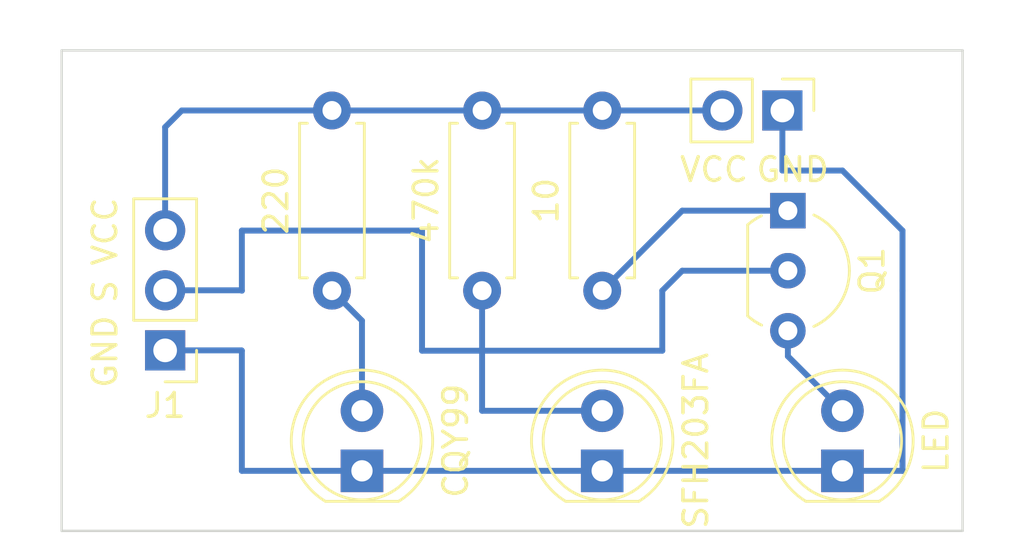
<source format=kicad_pcb>
(kicad_pcb (version 20211014) (generator pcbnew)
  (layers (0 "F.Cu" signal) (31 "B.Cu" signal) (34 "B.Paste" user) (35 "F.Paste" user) (36 "B.SilkS" user "B.Silkscreen") (37 "F.SilkS" user "F.Silkscreen") (38 "B.Mask" user) (39 "F.Mask" user) (44 "Edge.Cuts" user))
  (net 0 "")
  (net 1 "Net-(D1-Pad1)")
  (net 2 "Net-(D1-Pad2)")
  (net 3 "Net-(D2-Pad2)")
  (net 4 "Net-(J1-Pad3)")
  (net 5 "Net-(Q1-Pad1)")
  (net 6 "Net-(D3-Pad2)")
  (footprint "Resistor_THT:R_Axial_DIN0207_L6.3mm_D2.5mm_P7.62mm_Horizontal" (layer "F.Cu") (at 125.73 93.98 -90)
    (fp_text reference "R1" hide)
    (fp_text value "220" (at 3.81 2.37 -90) (layer "F.SilkS"))
    (fp_line (start 0.54 -1.37) (end 7.08 -1.37) (layer "F.SilkS") (width 0.12))
    (fp_line (start 0.54 -1.04) (end 0.54 -1.37) (layer "F.SilkS") (width 0.12))
    (fp_line (start 0.54 1.04) (end 0.54 1.37) (layer "F.SilkS") (width 0.12))
    (fp_line (start 0.54 1.37) (end 7.08 1.37) (layer "F.SilkS") (width 0.12))
    (fp_line (start 7.08 -1.37) (end 7.08 -1.04) (layer "F.SilkS") (width 0.12))
    (fp_line (start 7.08 1.37) (end 7.08 1.04) (layer "F.SilkS") (width 0.12))
    (pad "1" thru_hole circle (at 0 0 270) (size 1.6 1.6) (drill 0.8) (layers *.Cu *.Mask) (net 4 "Net-(J1-Pad3)"))
    (pad "2" thru_hole oval (at 7.62 0 270) (size 1.6 1.6) (drill 0.8) (layers *.Cu *.Mask) (net 2 "Net-(D1-Pad2)"))
  )
  (footprint "LED_THT:LED_D5.0mm_IRGrey" (layer "F.Cu") (at 127 109.22 90)
    (fp_text reference "D1" hide)
    (fp_text value "CQY99" (at 1.27 3.96 90) (layer "F.SilkS"))
    (fp_line (start -1.29 -1.545) (end -1.29 1.545) (layer "F.SilkS") (width 0.12))
    (fp_arc (start 4.26 -0.000462) (mid 2.072002 2.880433) (end -1.29 1.54483) (layer "F.SilkS") (width 0.12))
    (fp_arc (start -1.29 -1.54483) (mid 2.072002 -2.880433) (end 4.26 0.000462) (layer "F.SilkS") (width 0.12))
    (fp_circle (center 1.27 0) (end 3.77 0) (layer "F.SilkS") (width 0.12) (fill none))
    (pad "1" thru_hole rect (at 0 0 90) (size 1.8 1.8) (drill 0.9) (layers *.Cu *.Mask) (net 1 "Net-(D1-Pad1)"))
    (pad "2" thru_hole circle (at 2.54 0 90) (size 1.8 1.8) (drill 0.9) (layers *.Cu *.Mask) (net 2 "Net-(D1-Pad2)"))
  )
  (footprint "Connector_PinHeader_2.54mm:PinHeader_1x03_P2.54mm_Vertical" (layer "F.Cu") (at 118.675 104.125 180)
    (fp_text reference "J1" (at 0 -2.33 180) (layer "F.SilkS"))
    (fp_text value "Conn_01x03")
    (fp_line (start -1.33 0) (end -1.33 -1.33) (layer "F.SilkS") (width 0.12))
    (fp_line (start -1.33 6.41) (end 1.33 6.41) (layer "F.SilkS") (width 0.12))
    (fp_line (start 1.33 1.27) (end 1.33 6.41) (layer "F.SilkS") (width 0.12))
    (fp_line (start -1.33 1.27) (end -1.33 6.41) (layer "F.SilkS") (width 0.12))
    (fp_line (start -1.33 1.27) (end 1.33 1.27) (layer "F.SilkS") (width 0.12))
    (fp_line (start -1.33 -1.33) (end 0 -1.33) (layer "F.SilkS") (width 0.12))
    (pad "1" thru_hole rect (at 0 0 180) (size 1.7 1.7) (drill 1) (layers *.Cu *.Mask) (net 1 "Net-(D1-Pad1)"))
    (pad "2" thru_hole oval (at 0 2.54 180) (size 1.7 1.7) (drill 1) (layers *.Cu *.Mask) (net 3 "Net-(D2-Pad2)"))
    (pad "3" thru_hole oval (at 0 5.08 180) (size 1.7 1.7) (drill 1) (layers *.Cu *.Mask) (net 4 "Net-(J1-Pad3)"))
  )
  (footprint "Resistor_THT:R_Axial_DIN0207_L6.3mm_D2.5mm_P7.62mm_Horizontal" (layer "F.Cu") (at 132.08 93.98 -90)
    (fp_text reference "R2" hide)
    (fp_text value "470k" (at 3.81 2.37 -90) (layer "F.SilkS"))
    (fp_line (start 7.08 1.37) (end 7.08 1.04) (layer "F.SilkS") (width 0.12))
    (fp_line (start 7.08 -1.37) (end 7.08 -1.04) (layer "F.SilkS") (width 0.12))
    (fp_line (start 0.54 -1.37) (end 7.08 -1.37) (layer "F.SilkS") (width 0.12))
    (fp_line (start 0.54 1.37) (end 7.08 1.37) (layer "F.SilkS") (width 0.12))
    (fp_line (start 0.54 -1.04) (end 0.54 -1.37) (layer "F.SilkS") (width 0.12))
    (fp_line (start 0.54 1.04) (end 0.54 1.37) (layer "F.SilkS") (width 0.12))
    (pad "1" thru_hole circle (at 0 0 270) (size 1.6 1.6) (drill 0.8) (layers *.Cu *.Mask) (net 4 "Net-(J1-Pad3)"))
    (pad "2" thru_hole oval (at 7.62 0 270) (size 1.6 1.6) (drill 0.8) (layers *.Cu *.Mask) (net 3 "Net-(D2-Pad2)"))
  )
  (footprint "Connector_PinHeader_2.54mm:PinHeader_1x02_P2.54mm_Vertical" (layer "F.Cu") (at 144.78 93.98 -90)
    (fp_text reference "J2" hide)
    (fp_text value "Conn_01x02")
    (fp_line (start -1.33 1.27) (end -1.33 3.87) (layer "F.SilkS") (width 0.12))
    (fp_line (start -1.33 0) (end -1.33 -1.33) (layer "F.SilkS") (width 0.12))
    (fp_line (start 1.33 1.27) (end 1.33 3.87) (layer "F.SilkS") (width 0.12))
    (fp_line (start -1.33 -1.33) (end 0 -1.33) (layer "F.SilkS") (width 0.12))
    (fp_line (start -1.33 3.87) (end 1.33 3.87) (layer "F.SilkS") (width 0.12))
    (fp_line (start -1.33 1.27) (end 1.33 1.27) (layer "F.SilkS") (width 0.12))
    (pad "1" thru_hole rect (at 0 0 270) (size 1.7 1.7) (drill 1) (layers *.Cu *.Mask) (net 1 "Net-(D1-Pad1)"))
    (pad "2" thru_hole oval (at 0 2.54 270) (size 1.7 1.7) (drill 1) (layers *.Cu *.Mask) (net 4 "Net-(J1-Pad3)"))
  )
  (footprint "Package_TO_SOT_THT:TO-92L_Inline_Wide" (layer "F.Cu") (at 145.012528 98.216694 -90)
    (fp_text reference "Q1" (at 2.54 -3.56 -90) (layer "F.SilkS"))
    (fp_text value "BC547")
    (fp_line (start 0.6 1.7) (end 4.45 1.7) (layer "F.SilkS") (width 0.12))
    (fp_arc (start 0.1836 -1.098807) (mid 1.143021 -2.192817) (end 2.54 -2.6) (layer "F.SilkS") (width 0.12))
    (fp_arc (start 2.54 -2.6) (mid 3.936979 -2.192818) (end 4.8964 -1.098807) (layer "F.SilkS") (width 0.12))
    (fp_arc (start 4.842383 1.112264) (mid 4.666594 1.419753) (end 4.45 1.7) (layer "F.SilkS") (width 0.12))
    (fp_arc (start 0.6 1.7) (mid 0.389183 1.423933) (end 0.217369 1.122045) (layer "F.SilkS") (width 0.12))
    (pad "1" thru_hole rect (at 0 0 270) (size 1.5 1.5) (drill 0.8) (layers *.Cu *.Mask) (net 5 "Net-(Q1-Pad1)"))
    (pad "2" thru_hole circle (at 2.54 0 270) (size 1.5 1.5) (drill 0.8) (layers *.Cu *.Mask) (net 3 "Net-(D2-Pad2)"))
    (pad "3" thru_hole circle (at 5.08 0 270) (size 1.5 1.5) (drill 0.8) (layers *.Cu *.Mask) (net 6 "Net-(D3-Pad2)"))
  )
  (footprint "LED_THT:LED_D5.0mm_IRGrey" (layer "F.Cu") (at 137.16 109.22 90)
    (fp_text reference "D2" hide)
    (fp_text value "SFH203FA" (at 1.27 3.96 90) (layer "F.SilkS"))
    (fp_line (start -1.29 -1.545) (end -1.29 1.545) (layer "F.SilkS") (width 0.12))
    (fp_arc (start -1.29 -1.54483) (mid 2.072002 -2.880433) (end 4.26 0.000462) (layer "F.SilkS") (width 0.12))
    (fp_arc (start 4.26 -0.000462) (mid 2.072002 2.880433) (end -1.29 1.54483) (layer "F.SilkS") (width 0.12))
    (fp_circle (center 1.27 0) (end 3.77 0) (layer "F.SilkS") (width 0.12) (fill none))
    (pad "1" thru_hole rect (at 0 0 90) (size 1.8 1.8) (drill 0.9) (layers *.Cu *.Mask) (net 1 "Net-(D1-Pad1)"))
    (pad "2" thru_hole circle (at 2.54 0 90) (size 1.8 1.8) (drill 0.9) (layers *.Cu *.Mask) (net 3 "Net-(D2-Pad2)"))
  )
  (footprint "MountingHole:MountingHole_2.2mm_M2_DIN965" (layer "F.Cu") (at 149.86 93.98 180)
    (fp_text reference "H1" hide)
    (fp_text value "MountingHole")
    (pad "" np_thru_hole circle (at 0 0 180) (size 2.2 2.2) (drill 2.2) (layers *.Cu *.Mask))
  )
  (footprint "LED_THT:LED_D5.0mm" (layer "F.Cu") (at 147.32 109.22 90)
    (fp_text reference "D3" hide)
    (fp_text value "LED" (at 1.27 3.96 90) (layer "F.SilkS"))
    (fp_line (start -1.29 -1.545) (end -1.29 1.545) (layer "F.SilkS") (width 0.12))
    (fp_arc (start -1.29 -1.54483) (mid 2.072002 -2.880433) (end 4.26 0.000462) (layer "F.SilkS") (width 0.12))
    (fp_arc (start 4.26 -0.000462) (mid 2.072002 2.880433) (end -1.29 1.54483) (layer "F.SilkS") (width 0.12))
    (fp_circle (center 1.27 0) (end 3.77 0) (layer "F.SilkS") (width 0.12) (fill none))
    (pad "1" thru_hole rect (at 0 0 90) (size 1.8 1.8) (drill 0.9) (layers *.Cu *.Mask) (net 1 "Net-(D1-Pad1)"))
    (pad "2" thru_hole circle (at 2.54 0 90) (size 1.8 1.8) (drill 0.9) (layers *.Cu *.Mask) (net 6 "Net-(D3-Pad2)"))
  )
  (footprint "Resistor_THT:R_Axial_DIN0207_L6.3mm_D2.5mm_P7.62mm_Horizontal" (layer "F.Cu") (at 137.16 93.98 -90)
    (fp_text reference "R3" hide)
    (fp_text value "10" (at 3.81 2.37 -90) (layer "F.SilkS"))
    (fp_line (start 0.54 1.37) (end 7.08 1.37) (layer "F.SilkS") (width 0.12))
    (fp_line (start 0.54 -1.37) (end 7.08 -1.37) (layer "F.SilkS") (width 0.12))
    (fp_line (start 0.54 -1.04) (end 0.54 -1.37) (layer "F.SilkS") (width 0.12))
    (fp_line (start 7.08 -1.37) (end 7.08 -1.04) (layer "F.SilkS") (width 0.12))
    (fp_line (start 7.08 1.37) (end 7.08 1.04) (layer "F.SilkS") (width 0.12))
    (fp_line (start 0.54 1.04) (end 0.54 1.37) (layer "F.SilkS") (width 0.12))
    (pad "1" thru_hole circle (at 0 0 270) (size 1.6 1.6) (drill 0.8) (layers *.Cu *.Mask) (net 4 "Net-(J1-Pad3)"))
    (pad "2" thru_hole oval (at 7.62 0 270) (size 1.6 1.6) (drill 0.8) (layers *.Cu *.Mask) (net 5 "Net-(Q1-Pad1)"))
  )
  (footprint "MountingHole:MountingHole_2.2mm_M2_DIN965" (layer "F.Cu") (at 116.84 109.22)
    (fp_text reference "H2" hide)
    (fp_text value "MountingHole")
    (pad "" np_thru_hole circle (at 0 0) (size 2.2 2.2) (drill 2.2) (layers *.Cu *.Mask))
  )
  (gr_line (start 152.4 111.76) (end 152.4 91.44) (layer "Edge.Cuts") (width 0.1))
  (gr_line (start 152.4 91.44) (end 114.3 91.44) (layer "Edge.Cuts") (width 0.1))
  (gr_line (start 114.3 91.44) (end 114.3 111.76) (layer "Edge.Cuts") (width 0.1))
  (gr_line (start 114.3 111.76) (end 152.4 111.76) (layer "Edge.Cuts") (width 0.1))
  (gr_text "S" (at 116.13113 101.638185 90) (layer "F.SilkS") (effects (font (size 1 1))))
  (gr_text "GND" (at 145.215103 96.480338) (layer "F.SilkS") (effects (font (size 1 1))))
  (gr_text "VCC" (at 141.887086 96.480338) (layer "F.SilkS") (effects (font (size 1 1))))
  (gr_text "VCC" (at 116.13113 99.098185 90) (layer "F.SilkS") (effects (font (size 1 1))))
  (gr_text "GND" (at 116.13113 104.178185 90) (layer "F.SilkS") (effects (font (size 1 1))))
  (segment (start 149.86 109.22) (end 147.32 109.22) (width 0.25) (layer "B.Cu") (net 1))
  (segment (start 147.32 109.22) (end 137.16 109.22) (width 0.25) (layer "B.Cu") (net 1))
  (segment (start 121.92 109.22) (end 127 109.22) (width 0.25) (layer "B.Cu") (net 1))
  (segment (start 121.905 104.125) (end 121.92 104.14) (width 0.25) (layer "B.Cu") (net 1))
  (segment (start 147.32 96.52) (end 149.86 99.06) (width 0.25) (layer "B.Cu") (net 1))
  (segment (start 121.92 104.14) (end 121.92 109.22) (width 0.25) (layer "B.Cu") (net 1))
  (segment (start 127 109.22) (end 137.16 109.22) (width 0.25) (layer "B.Cu") (net 1))
  (segment (start 144.78 96.52) (end 147.32 96.52) (width 0.25) (layer "B.Cu") (net 1))
  (segment (start 144.78 93.98) (end 144.78 96.52) (width 0.25) (layer "B.Cu") (net 1))
  (segment (start 118.675 104.125) (end 121.905 104.125) (width 0.25) (layer "B.Cu") (net 1))
  (segment (start 149.86 101.6) (end 149.86 109.22) (width 0.25) (layer "B.Cu") (net 1))
  (segment (start 149.86 99.06) (end 149.86 101.6) (width 0.25) (layer "B.Cu") (net 1))
  (segment (start 125.73 101.6) (end 127 102.87) (width 0.25) (layer "B.Cu") (net 2))
  (segment (start 127 102.87) (end 127 106.68) (width 0.25) (layer "B.Cu") (net 2))
  (segment (start 121.92 101.6) (end 121.92 99.06) (width 0.25) (layer "B.Cu") (net 3))
  (segment (start 139.7 101.6) (end 140.543306 100.756694) (width 0.25) (layer "B.Cu") (net 3))
  (segment (start 118.675 101.585) (end 121.905 101.585) (width 0.25) (layer "B.Cu") (net 3))
  (segment (start 132.08 101.6) (end 132.08 106.68) (width 0.25) (layer "B.Cu") (net 3))
  (segment (start 129.54 99.06) (end 129.54 104.14) (width 0.25) (layer "B.Cu") (net 3))
  (segment (start 121.905 101.585) (end 121.92 101.6) (width 0.25) (layer "B.Cu") (net 3))
  (segment (start 121.92 99.06) (end 129.54 99.06) (width 0.25) (layer "B.Cu") (net 3))
  (segment (start 132.08 106.68) (end 137.16 106.68) (width 0.25) (layer "B.Cu") (net 3))
  (segment (start 139.7 104.14) (end 139.7 101.6) (width 0.25) (layer "B.Cu") (net 3))
  (segment (start 140.543306 100.756694) (end 145.012528 100.756694) (width 0.25) (layer "B.Cu") (net 3))
  (segment (start 129.54 104.14) (end 139.7 104.14) (width 0.25) (layer "B.Cu") (net 3))
  (segment (start 132.08 93.98) (end 137.16 93.98) (width 0.25) (layer "B.Cu") (net 4))
  (segment (start 119.38 93.98) (end 125.73 93.98) (width 0.25) (layer "B.Cu") (net 4))
  (segment (start 118.675 94.685) (end 119.38 93.98) (width 0.25) (layer "B.Cu") (net 4))
  (segment (start 125.73 93.98) (end 132.08 93.98) (width 0.25) (layer "B.Cu") (net 4))
  (segment (start 142.24 93.98) (end 137.16 93.98) (width 0.25) (layer "B.Cu") (net 4))
  (segment (start 118.675 99.045) (end 118.675 94.685) (width 0.25) (layer "B.Cu") (net 4))
  (segment (start 140.543306 98.216694) (end 145.012528 98.216694) (width 0.25) (layer "B.Cu") (net 5))
  (segment (start 137.16 101.6) (end 140.543306 98.216694) (width 0.25) (layer "B.Cu") (net 5))
  (segment (start 145.012528 103.296694) (end 145.012528 104.372528) (width 0.25) (layer "B.Cu") (net 6))
  (segment (start 145.012528 104.372528) (end 147.32 106.68) (width 0.25) (layer "B.Cu") (net 6))
)
</source>
